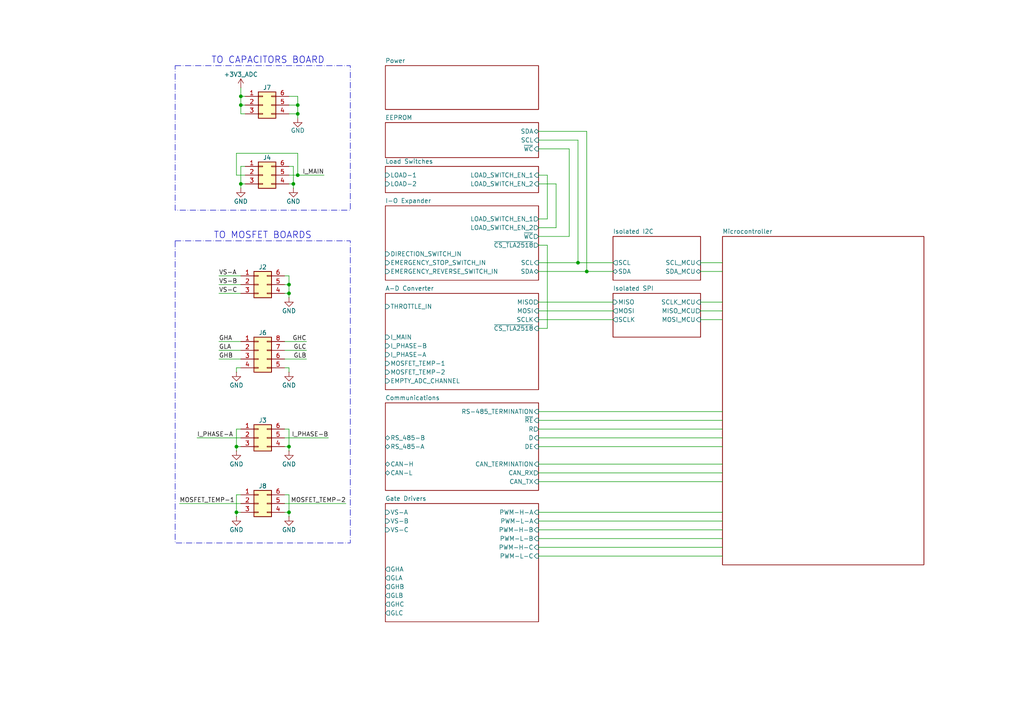
<source format=kicad_sch>
(kicad_sch (version 20231120) (generator "eeschema") (generator_version "8.0")
  (paper "A4")
  (lib_symbols
    (symbol "Connector_Generic:Conn_01x50" (pin_names (offset 1.016) hide)
      (property "Reference" "J" (at 0 63.5 0))
      (property "Value" "Conn_01x50" (at 0 -66.04 0))
      (symbol "Conn_01x50_1_1"
        (rectangle (start -1.27 -63.373) (end 0 -63.627) (stroke (width 0.1524)))
        (rectangle (start -1.27 -60.833) (end 0 -61.087) (stroke (width 0.1524)))
        (rectangle (start -1.27 -58.293) (end 0 -58.547) (stroke (width 0.1524)))
        (rectangle (start -1.27 -55.753) (end 0 -56.007) (stroke (width 0.1524)))
        (rectangle (start -1.27 -53.213) (end 0 -53.467) (stroke (width 0.1524)))
        (rectangle (start -1.27 -50.673) (end 0 -50.927) (stroke (width 0.1524)))
        (rectangle (start -1.27 -48.133) (end 0 -48.387) (stroke (width 0.1524)))
        (rectangle (start -1.27 -45.593) (end 0 -45.847) (stroke (width 0.1524)))
        (rectangle (start -1.27 -43.053) (end 0 -43.307) (stroke (width 0.1524)))
        (rectangle (start -1.27 -40.513) (end 0 -40.767) (stroke (width 0.1524)))
        (rectangle (start -1.27 -37.973) (end 0 -38.227) (stroke (width 0.1524)))
        (rectangle (start -1.27 -35.433) (end 0 -35.687) (stroke (width 0.1524)))
        (rectangle (start -1.27 -32.893) (end 0 -33.147) (stroke (width 0.1524)))
        (rectangle (start -1.27 -30.353) (end 0 -30.607) (stroke (width 0.1524)))
        (rectangle (start -1.27 -27.813) (end 0 -28.067) (stroke (width 0.1524)))
        (rectangle (start -1.27 -25.273) (end 0 -25.527) (stroke (width 0.1524)))
        (rectangle (start -1.27 -22.733) (end 0 -22.987) (stroke (width 0.1524)))
        (rectangle (start -1.27 -20.193) (end 0 -20.447) (stroke (width 0.1524)))
        (rectangle (start -1.27 -17.653) (end 0 -17.907) (stroke (width 0.1524)))
        (rectangle (start -1.27 -15.113) (end 0 -15.367) (stroke (width 0.1524)))
        (rectangle (start -1.27 -12.573) (end 0 -12.827) (stroke (width 0.1524)))
        (rectangle (start -1.27 -10.033) (end 0 -10.287) (stroke (width 0.1524)))
        (rectangle (start -1.27 -7.493) (end 0 -7.747) (stroke (width 0.1524)))
        (rectangle (start -1.27 -4.953) (end 0 -5.207) (stroke (width 0.1524)))
        (rectangle (start -1.27 -2.413) (end 0 -2.667) (stroke (width 0.1524)))
        (rectangle (start -1.27 0.127) (end 0 -0.127) (stroke (width 0.1524)))
        (rectangle (start -1.27 2.667) (end 0 2.413) (stroke (width 0.1524)))
        (rectangle (start -1.27 5.207) (end 0 4.953) (stroke (width 0.1524)))
        (rectangle (start -1.27 7.747) (end 0 7.493) (stroke (width 0.1524)))
        (rectangle (start -1.27 10.287) (end 0 10.033) (stroke (width 0.1524)))
        (rectangle (start -1.27 12.827) (end 0 12.573) (stroke (width 0.1524)))
        (rectangle (start -1.27 15.367) (end 0 15.113) (stroke (width 0.1524)))
        (rectangle (start -1.27 17.907) (end 0 17.653) (stroke (width 0.1524)))
        (rectangle (start -1.27 20.447) (end 0 20.193) (stroke (width 0.1524)))
        (rectangle (start -1.27 22.987) (end 0 22.733) (stroke (width 0.1524)))
        (rectangle (start -1.27 25.527) (end 0 25.273) (stroke (width 0.1524)))
        (rectangle (start -1.27 28.067) (end 0 27.813) (stroke (width 0.1524)))
        (rectangle (start -1.27 30.607) (end 0 30.353) (stroke (width 0.1524)))
        (rectangle (start -1.27 33.147) (end 0 32.893) (stroke (width 0.1524)))
        (rectangle (start -1.27 35.687) (end 0 35.433) (stroke (width 0.1524)))
        (rectangle (start -1.27 38.227) (end 0 37.973) (stroke (width 0.1524)))
        (rectangle (start -1.27 40.767) (end 0 40.513) (stroke (width 0.1524)))
        (rectangle (start -1.27 43.307) (end 0 43.053) (stroke (width 0.1524)))
        (rectangle (start -1.27 45.847) (end 0 45.593) (stroke (width 0.1524)))
        (rectangle (start -1.27 48.387) (end 0 48.133) (stroke (width 0.1524)))
        (rectangle (start -1.27 50.927) (end 0 50.673) (stroke (width 0.1524)))
        (rectangle (start -1.27 53.467) (end 0 53.213) (stroke (width 0.1524)))
        (rectangle (start -1.27 56.007) (end 0 55.753) (stroke (width 0.1524)))
        (rectangle (start -1.27 58.547) (end 0 58.293) (stroke (width 0.1524)))
        (rectangle (start -1.27 61.087) (end 0 60.833) (stroke (width 0.1524)))
        (rectangle (start -1.27 62.23) (end 1.27 -64.77) (stroke (width 0.254)) (fill (type background)))
        (pin passive line (at -5.08 60.96 0) (length 3.81) (name "Pin_1") (number "1"))
        (pin passive line (at -5.08 38.1 0) (length 3.81) (name "Pin_10") (number "10"))
        (pin passive line (at -5.08 35.56 0) (length 3.81) (name "Pin_11") (number "11"))
        (pin passive line (at -5.08 33.02 0) (length 3.81) (name "Pin_12") (number "12"))
        (pin passive line (at -5.08 30.48 0) (length 3.81) (name "Pin_13") (number "13"))
        (pin passive line (at -5.08 27.94 0) (length 3.81) (name "Pin_14") (number "14"))
        (pin passive line (at -5.08 25.4 0) (length 3.81) (name "Pin_15") (number "15"))
        (pin passive line (at -5.08 22.86 0) (length 3.81) (name "Pin_16") (number "16"))
        (pin passive line (at -5.08 20.32 0) (length 3.81) (name "Pin_17") (number "17"))
        (pin passive line (at -5.08 17.78 0) (length 3.81) (name "Pin_18") (number "18"))
        (pin passive line (at -5.08 15.24 0) (length 3.81) (name "Pin_19") (number "19"))
        (pin passive line (at -5.08 58.42 0) (length 3.81) (name "Pin_2") (number "2"))
        (pin passive line (at -5.08 12.7 0) (length 3.81) (name "Pin_20") (number "20"))
        (pin passive line (at -5.08 10.16 0) (length 3.81) (name "Pin_21") (number "21"))
        (pin passive line (at -5.08 7.62 0) (length 3.81) (name "Pin_22") (number "22"))
        (pin passive line (at -5.08 5.08 0) (length 3.81) (name "Pin_23") (number "23"))
        (pin passive line (at -5.08 2.54 0) (length 3.81) (name "Pin_24") (number "24"))
        (pin passive line (at -5.08 0 0) (length 3.81) (name "Pin_25") (number "25"))
        (pin passive line (at -5.08 -2.54 0) (length 3.81) (name "Pin_26") (number "26"))
        (pin passive line (at -5.08 -5.08 0) (length 3.81) (name "Pin_27") (number "27"))
        (pin passive line (at -5.08 -7.62 0) (length 3.81) (name "Pin_28") (number "28"))
        (pin passive line (at -5.08 -10.16 0) (length 3.81) (name "Pin_29") (number "29"))
        (pin passive line (at -5.08 55.88 0) (length 3.81) (name "Pin_3") (number "3"))
        (pin passive line (at -5.08 -12.7 0) (length 3.81) (name "Pin_30") (number "30"))
        (pin passive line (at -5.08 -15.24 0) (length 3.81) (name "Pin_31") (number "31"))
        (pin passive line (at -5.08 -17.78 0) (length 3.81) (name "Pin_32") (number "32"))
        (pin passive line (at -5.08 -20.32 0) (length 3.81) (name "Pin_33") (number "33"))
        (pin passive line (at -5.08 -22.86 0) (length 3.81) (name "Pin_34") (number "34"))
        (pin passive line (at -5.08 -25.4 0) (length 3.81) (name "Pin_35") (number "35"))
        (pin passive line (at -5.08 -27.94 0) (length 3.81) (name "Pin_36") (number "36"))
        (pin passive line (at -5.08 -30.48 0) (length 3.81) (name "Pin_37") (number "37"))
        (pin passive line (at -5.08 -33.02 0) (length 3.81) (name "Pin_38") (number "38"))
        (pin passive line (at -5.08 -35.56 0) (length 3.81) (name "Pin_39") (number "39"))
        (pin passive line (at -5.08 53.34 0) (length 3.81) (name "Pin_4") (number "4"))
        (pin passive line (at -5.08 -38.1 0) (length 3.81) (name "Pin_40") (number "40"))
        (pin passive line (at -5.08 -40.64 0) (length 3.81) (name "Pin_41") (number "41"))
        (pin passive line (at -5.08 -43.18 0) (length 3.81) (name "Pin_42") (number "42"))
        (pin passive line (at -5.08 -45.72 0) (length 3.81) (name "Pin_43") (number "43"))
        (pin passive line (at -5.08 -48.26 0) (length 3.81) (name "Pin_44") (number "44"))
        (pin passive line (at -5.08 -50.8 0) (length 3.81) (name "Pin_45") (number "45"))
        (pin passive line (at -5.08 -53.34 0) (length 3.81) (name "Pin_46") (number "46"))
        (pin passive line (at -5.08 -55.88 0) (length 3.81) (name "Pin_47") (number "47"))
        (pin passive line (at -5.08 -58.42 0) (length 3.81) (name "Pin_48") (number "48"))
        (pin passive line (at -5.08 -60.96 0) (length 3.81) (name "Pin_49") (number "49"))
        (pin passive line (at -5.08 50.8 0) (length 3.81) (name "Pin_5") (number "5"))
        (pin passive line (at -5.08 -63.5 0) (length 3.81) (name "Pin_50") (number "50"))
        (pin passive line (at -5.08 48.26 0) (length 3.81) (name "Pin_6") (number "6"))
        (pin passive line (at -5.08 45.72 0) (length 3.81) (name "Pin_7") (number "7"))
        (pin passive line (at -5.08 43.18 0) (length 3.81) (name "Pin_8") (number "8"))
        (pin passive line (at -5.08 40.64 0) (length 3.81) (name "Pin_9") (number "9"))
      )
    )
    (symbol "Connector_Generic:Conn_02x03_Counter_Clockwise" (pin_names (offset 1.016) hide)
      (property "Reference" "J" (at 1.27 5.08 0))
      (property "Value" "Conn_02x03_Counter_Clockwise" (at 1.27 -5.08 0))
      (symbol "Conn_02x03_Counter_Clockwise_1_1"
        (rectangle (start -1.27 -2.413) (end 0 -2.667) (stroke (width 0.1524)))
        (rectangle (start -1.27 0.127) (end 0 -0.127) (stroke (width 0.1524)))
        (rectangle (start -1.27 2.667) (end 0 2.413) (stroke (width 0.1524)))
        (rectangle (start -1.27 3.81) (end 3.81 -3.81) (stroke (width 0.254)) (fill (type background)))
        (rectangle (start 3.81 -2.413) (end 2.54 -2.667) (stroke (width 0.1524)))
        (rectangle (start 3.81 0.127) (end 2.54 -0.127) (stroke (width 0.1524)))
        (rectangle (start 3.81 2.667) (end 2.54 2.413) (stroke (width 0.1524)))
        (pin passive line (at -5.08 2.54 0) (length 3.81) (name "Pin_1") (number "1"))
        (pin passive line (at -5.08 0 0) (length 3.81) (name "Pin_2") (number "2"))
        (pin passive line (at -5.08 -2.54 0) (length 3.81) (name "Pin_3") (number "3"))
        (pin passive line (at 7.62 -2.54 180) (length 3.81) (name "Pin_4") (number "4"))
        (pin passive line (at 7.62 0 180) (length 3.81) (name "Pin_5") (number "5"))
        (pin passive line (at 7.62 2.54 180) (length 3.81) (name "Pin_6") (number "6"))
      )
    )
    (symbol "Connector_Generic:Conn_02x04_Counter_Clockwise" (pin_names (offset 1.016) hide)
      (property "Reference" "J" (at 1.27 5.08 0))
      (property "Value" "Conn_02x04_Counter_Clockwise" (at 1.27 -7.62 0))
      (symbol "Conn_02x04_Counter_Clockwise_1_1"
        (rectangle (start -1.27 -4.953) (end 0 -5.207) (stroke (width 0.1524)))
        (rectangle (start -1.27 -2.413) (end 0 -2.667) (stroke (width 0.1524)))
        (rectangle (start -1.27 0.127) (end 0 -0.127) (stroke (width 0.1524)))
        (rectangle (start -1.27 2.667) (end 0 2.413) (stroke (width 0.1524)))
        (rectangle (start -1.27 3.81) (end 3.81 -6.35) (stroke (width 0.254)) (fill (type background)))
        (rectangle (start 3.81 -4.953) (end 2.54 -5.207) (stroke (width 0.1524)))
        (rectangle (start 3.81 -2.413) (end 2.54 -2.667) (stroke (width 0.1524)))
        (rectangle (start 3.81 0.127) (end 2.54 -0.127) (stroke (width 0.1524)))
        (rectangle (start 3.81 2.667) (end 2.54 2.413) (stroke (width 0.1524)))
        (pin passive line (at -5.08 2.54 0) (length 3.81) (name "Pin_1") (number "1"))
        (pin passive line (at -5.08 0 0) (length 3.81) (name "Pin_2") (number "2"))
        (pin passive line (at -5.08 -2.54 0) (length 3.81) (name "Pin_3") (number "3"))
        (pin passive line (at -5.08 -5.08 0) (length 3.81) (name "Pin_4") (number "4"))
        (pin passive line (at 7.62 -5.08 180) (length 3.81) (name "Pin_5") (number "5"))
        (pin passive line (at 7.62 -2.54 180) (length 3.81) (name "Pin_6") (number "6"))
        (pin passive line (at 7.62 0 180) (length 3.81) (name "Pin_7") (number "7"))
        (pin passive line (at 7.62 2.54 180) (length 3.81) (name "Pin_8") (number "8"))
      )
    )
    (symbol "power:+12V" (power) (pin_numbers hide) (pin_names (offset 0) hide)
      (property "Value" "+12V" (at 0 3.556 0))
      (symbol "+12V_0_1"
        (polyline (pts (xy -0.762 1.27) (xy 0 2.54)))
        (polyline (pts (xy 0 0) (xy 0 2.54)))
        (polyline (pts (xy 0 2.54) (xy 0.762 1.27)))
      )
      (symbol "+12V_1_1"
        (pin power_in line (at 0 0 90) (length 0) (name "~") (number "1"))
      )
    )
    (symbol "power:GND" (power) (pin_numbers hide) (pin_names (offset 0) hide)
      (property "Value" "GND" (at 0 -3.81 0))
      (symbol "GND_0_1"
        (polyline (pts (xy 0 0) (xy 0 -1.27) (xy 1.27 -1.27) (xy 0 -2.54) (xy -1.27 -1.27) (xy 0 -1.27)))
      )
      (symbol "GND_1_1"
        (pin power_in line (at 0 0 270) (length 0) (name "~") (number "1"))
      )
    )
    (symbol "power:VCC" (power) (pin_numbers hide) (pin_names (offset 0) hide)
      (property "Value" "VCC" (at 0 3.556 0))
      (symbol "VCC_0_1"
        (polyline (pts (xy -0.762 1.27) (xy 0 2.54)))
        (polyline (pts (xy 0 0) (xy 0 2.54)))
        (polyline (pts (xy 0 2.54) (xy 0.762 1.27)))
      )
      (symbol "VCC_1_1"
        (pin power_in line (at 0 0 90) (length 0) (name "~") (number "1"))
      )
    )
  )
  (junction (at 167.64 76.2))
  (junction (at -21.59 67.31))
  (junction (at 86.36 50.8))
  (junction (at -20.32 36.83))
  (junction (at -24.13 156.21))
  (junction (at 83.82 148.59))
  (junction (at -20.32 34.29))
  (junction (at 86.36 30.48))
  (junction (at -24.13 158.75))
  (junction (at 69.85 27.94))
  (junction (at 83.82 82.55))
  (junction (at 170.18 78.74))
  (junction (at -24.13 153.67))
  (junction (at 83.82 85.09))
  (junction (at 83.82 129.54))
  (junction (at 85.09 53.34))
  (junction (at -21.59 64.77))
  (junction (at 68.58 148.59))
  (junction (at -20.32 39.37))
  (junction (at 68.58 129.54))
  (junction (at -22.86 44.45))
  (junction (at 69.85 53.34))
  (junction (at 69.85 30.48))
  (junction (at 86.36 33.02))
  (wire (pts (xy 85.09 53.34) (xy 85.09 54.61)))
  (wire (pts (xy -25.4 36.83) (xy -20.32 36.83)))
  (wire (pts (xy 68.58 50.8) (xy 68.58 44.45)))
  (wire (pts (xy 167.64 40.64) (xy 156.21 40.64)))
  (wire (pts (xy 203.2 87.63) (xy 209.55 87.63)))
  (wire (pts (xy 83.82 27.94) (xy 86.36 27.94)))
  (wire (pts (xy 165.1 43.18) (xy 156.21 43.18)))
  (wire (pts (xy 86.36 50.8) (xy 93.98 50.8)))
  (wire (pts (xy 69.85 27.94) (xy 69.85 30.48)))
  (wire (pts (xy -21.59 64.77) (xy -16.51 64.77)))
  (wire (pts (xy 82.55 82.55) (xy 83.82 82.55)))
  (wire (pts (xy -25.4 46.99) (xy -22.86 46.99)))
  (wire (pts (xy 161.29 53.34) (xy 161.29 66.04)))
  (wire (pts (xy 86.36 34.29) (xy 86.36 33.02)))
  (wire (pts (xy 158.75 50.8) (xy 156.21 50.8)))
  (wire (pts (xy 63.5 82.55) (xy 69.85 82.55)))
  (wire (pts (xy 156.21 137.16) (xy 209.55 137.16)))
  (wire (pts (xy 83.82 50.8) (xy 86.36 50.8)))
  (wire (pts (xy 63.5 85.09) (xy 69.85 85.09)))
  (wire (pts (xy 203.2 78.74) (xy 209.55 78.74)))
  (wire (pts (xy 156.21 71.12) (xy 158.75 71.12)))
  (wire (pts (xy 69.85 33.02) (xy 71.12 33.02)))
  (wire (pts (xy -25.4 64.77) (xy -21.59 64.77)))
  (wire (pts (xy 69.85 104.14) (xy 63.5 104.14)))
  (wire (pts (xy 83.82 53.34) (xy 85.09 53.34)))
  (wire (pts (xy 82.55 127) (xy 95.25 127)))
  (wire (pts (xy -25.4 69.85) (xy -21.59 69.85)))
  (wire (pts (xy 71.12 50.8) (xy 68.58 50.8)))
  (wire (pts (xy 203.2 76.2) (xy 209.55 76.2)))
  (wire (pts (xy 86.36 30.48) (xy 86.36 33.02)))
  (wire (pts (xy 156.21 124.46) (xy 209.55 124.46)))
  (wire (pts (xy 203.2 90.17) (xy 209.55 90.17)))
  (wire (pts (xy -21.59 67.31) (xy -25.4 67.31)))
  (wire (pts (xy 83.82 30.48) (xy 86.36 30.48)))
  (wire (pts (xy -25.4 41.91) (xy -20.32 41.91)))
  (wire (pts (xy 156.21 119.38) (xy 209.55 119.38)))
  (wire (pts (xy 69.85 30.48) (xy 69.85 33.02)))
  (wire (pts (xy 68.58 143.51) (xy 68.58 148.59)))
  (wire (pts (xy 69.85 53.34) (xy 69.85 54.61)))
  (wire (pts (xy 68.58 130.81) (xy 68.58 129.54)))
  (wire (pts (xy 68.58 148.59) (xy 69.85 148.59)))
  (wire (pts (xy 156.21 127) (xy 209.55 127)))
  (wire (pts (xy 83.82 107.95) (xy 83.82 106.68)))
  (wire (pts (xy 68.58 124.46) (xy 68.58 129.54)))
  (wire (pts (xy 83.82 80.01) (xy 83.82 82.55)))
  (wire (pts (xy 156.21 92.71) (xy 177.8 92.71)))
  (wire (pts (xy 52.07 146.05) (xy 69.85 146.05)))
  (wire (pts (xy 156.21 76.2) (xy 167.64 76.2)))
  (wire (pts (xy -22.86 44.45) (xy -16.51 44.45)))
  (wire (pts (xy 68.58 107.95) (xy 68.58 106.68)))
  (wire (pts (xy 82.55 104.14) (xy 88.9 104.14)))
  (wire (pts (xy 68.58 149.86) (xy 68.58 148.59)))
  (wire (pts (xy -21.59 64.77) (xy -21.59 67.31)))
  (wire (pts (xy 85.09 48.26) (xy 85.09 53.34)))
  (wire (pts (xy -20.32 39.37) (xy -20.32 36.83)))
  (wire (pts (xy 86.36 27.94) (xy 86.36 30.48)))
  (wire (pts (xy 83.82 143.51) (xy 83.82 148.59)))
  (wire (pts (xy -25.4 156.21) (xy -24.13 156.21)))
  (wire (pts (xy 156.21 90.17) (xy 177.8 90.17)))
  (wire (pts (xy 156.21 53.34) (xy 161.29 53.34)))
  (wire (pts (xy 156.21 156.21) (xy 209.55 156.21)))
  (wire (pts (xy -16.51 64.77) (xy -16.51 66.04)))
  (wire (pts (xy 69.85 30.48) (xy 71.12 30.48)))
  (wire (pts (xy 156.21 63.5) (xy 158.75 63.5)))
  (wire (pts (xy 69.85 99.06) (xy 63.5 99.06)))
  (wire (pts (xy 156.21 38.1) (xy 170.18 38.1)))
  (wire (pts (xy 83.82 149.86) (xy 83.82 148.59)))
  (wire (pts (xy -20.32 34.29) (xy -25.4 34.29)))
  (wire (pts (xy -20.32 36.83) (xy -20.32 34.29)))
  (wire (pts (xy 69.85 143.51) (xy 68.58 143.51)))
  (wire (pts (xy -24.13 158.75) (xy -25.4 158.75)))
  (wire (pts (xy 71.12 48.26) (xy 69.85 48.26)))
  (wire (pts (xy -21.59 69.85) (xy -21.59 67.31)))
  (wire (pts (xy -24.13 153.67) (xy -24.13 156.21)))
  (wire (pts (xy 83.82 129.54) (xy 82.55 129.54)))
  (wire (pts (xy 83.82 106.68) (xy 82.55 106.68)))
  (wire (pts (xy 82.55 124.46) (xy 83.82 124.46)))
  (wire (pts (xy 156.21 161.29) (xy 209.55 161.29)))
  (wire (pts (xy 83.82 82.55) (xy 83.82 85.09)))
  (wire (pts (xy 82.55 99.06) (xy 88.9 99.06)))
  (wire (pts (xy 69.85 101.6) (xy 63.5 101.6)))
  (wire (pts (xy 69.85 25.4) (xy 69.85 27.94)))
  (wire (pts (xy 69.85 48.26) (xy 69.85 53.34)))
  (wire (pts (xy -20.32 41.91) (xy -20.32 39.37)))
  (wire (pts (xy 82.55 143.51) (xy 83.82 143.51)))
  (wire (pts (xy 158.75 95.25) (xy 156.21 95.25)))
  (wire (pts (xy 156.21 158.75) (xy 209.55 158.75)))
  (wire (pts (xy 83.82 130.81) (xy 83.82 129.54)))
  (wire (pts (xy 69.85 124.46) (xy 68.58 124.46)))
  (wire (pts (xy 170.18 38.1) (xy 170.18 78.74)))
  (wire (pts (xy 156.21 129.54) (xy 209.55 129.54)))
  (wire (pts (xy 68.58 106.68) (xy 69.85 106.68)))
  (wire (pts (xy 167.64 76.2) (xy 177.8 76.2)))
  (wire (pts (xy -24.13 156.21) (xy -24.13 158.75)))
  (wire (pts (xy 156.21 153.67) (xy 209.55 153.67)))
  (wire (pts (xy 161.29 66.04) (xy 156.21 66.04)))
  (wire (pts (xy 158.75 63.5) (xy 158.75 50.8)))
  (wire (pts (xy -25.4 44.45) (xy -22.86 44.45)))
  (wire (pts (xy 83.82 48.26) (xy 85.09 48.26)))
  (wire (pts (xy 170.18 78.74) (xy 177.8 78.74)))
  (wire (pts (xy 63.5 80.01) (xy 69.85 80.01)))
  (wire (pts (xy 156.21 68.58) (xy 165.1 68.58)))
  (wire (pts (xy 158.75 71.12) (xy 158.75 95.25)))
  (wire (pts (xy -25.4 151.13) (xy -24.13 151.13)))
  (wire (pts (xy 68.58 44.45) (xy 86.36 44.45)))
  (wire (pts (xy 82.55 85.09) (xy 83.82 85.09)))
  (wire (pts (xy 83.82 124.46) (xy 83.82 129.54)))
  (wire (pts (xy 156.21 134.62) (xy 209.55 134.62)))
  (wire (pts (xy -25.4 153.67) (xy -24.13 153.67)))
  (wire (pts (xy 100.33 146.05) (xy 82.55 146.05)))
  (wire (pts (xy -24.13 151.13) (xy -24.13 153.67)))
  (wire (pts (xy 203.2 92.71) (xy 209.55 92.71)))
  (wire (pts (xy 69.85 53.34) (xy 71.12 53.34)))
  (wire (pts (xy 83.82 85.09) (xy 83.82 86.36)))
  (wire (pts (xy 156.21 148.59) (xy 209.55 148.59)))
  (wire (pts (xy -25.4 107.95) (xy -19.05 107.95)))
  (wire (pts (xy 82.55 101.6) (xy 88.9 101.6)))
  (wire (pts (xy 57.15 127) (xy 69.85 127)))
  (wire (pts (xy 156.21 121.92) (xy 209.55 121.92)))
  (wire (pts (xy 86.36 44.45) (xy 86.36 50.8)))
  (wire (pts (xy 156.21 78.74) (xy 170.18 78.74)))
  (wire (pts (xy 82.55 80.01) (xy 83.82 80.01)))
  (wire (pts (xy 156.21 139.7) (xy 209.55 139.7)))
  (wire (pts (xy -19.05 106.68) (xy -19.05 107.95)))
  (wire (pts (xy 83.82 33.02) (xy 86.36 33.02)))
  (wire (pts (xy 156.21 151.13) (xy 209.55 151.13)))
  (wire (pts (xy 165.1 68.58) (xy 165.1 43.18)))
  (wire (pts (xy 68.58 129.54) (xy 69.85 129.54)))
  (wire (pts (xy 156.21 87.63) (xy 177.8 87.63)))
  (wire (pts (xy 167.64 40.64) (xy 167.64 76.2)))
  (wire (pts (xy 83.82 148.59) (xy 82.55 148.59)))
  (wire (pts (xy -16.51 33.02) (xy -16.51 34.29)))
  (wire (pts (xy -22.86 46.99) (xy -22.86 44.45)))
  (wire (pts (xy -25.4 39.37) (xy -20.32 39.37)))
  (wire (pts (xy 69.85 27.94) (xy 71.12 27.94)))
  (wire (pts (xy -24.13 160.02) (xy -24.13 158.75)))
  (wire (pts (xy -16.51 34.29) (xy -20.32 34.29)))
  (rectangle (start 50.8 69.85) (end 101.6 157.48) (stroke (width 0) (type dash_dot)))
  (rectangle (start 50.8 19.05) (end 101.6 60.96) (stroke (width 0) (type dash_dot)))
  (text "TO CAPACITORS BOARD" (at 77.724 17.526 0) (effects (font (size 1.905 1.905))))
  (text "TO MOSFET BOARDS" (at 76.2 68.326 0) (effects (font (size 1.905 1.905))))
  (label "I_MAIN" (at 93.98 50.8 180))
  (label "I_PHASE-B" (at 95.25 127 180))
  (label "VS-C" (at 63.5 85.09 0))
  (label "I_PHASE-A" (at 57.15 127 0))
  (label "MOSFET_TEMP-1" (at 52.07 146.05 0))
  (label "GLB" (at 88.9 104.14 180))
  (label "VS-A" (at 63.5 80.01 0))
  (label "GLA" (at 63.5 101.6 0))
  (label "MOSFET_TEMP-2" (at 100.33 146.05 180))
  (label "GHC" (at 88.9 99.06 180))
  (label "GHA" (at 63.5 99.06 0))
  (label "GHB" (at 63.5 104.14 0))
  (label "GLC" (at 88.9 101.6 180))
  (label "VS-B" (at 63.5 82.55 0))
  (symbol (lib_id "power:GND") (at 69.85 54.61 0) (unit 1)
    (property "Reference" "#PWR0152" (effects (hide yes)))
    (property "Value" "GND" (at 69.85 58.42 0))
    (property "Description" "Power symbol creates a global label with name \"GND\" , ground" (effects (hide yes)))
  )
  (symbol (lib_id "power:+12V") (at -16.51 33.02 0) (unit 1)
    (property "Reference" "#PWR0150" (effects (hide yes)))
    (property "Value" "+12V_IN" (at -16.51 28.956 0))
    (property "Description" "Power symbol creates a global label with name \"+12V\"" (effects (hide yes)))
  )
  (symbol (lib_id "Connector_Generic:Conn_02x03_Counter_Clockwise") (at 76.2 50.8 0) (unit 1)
    (property "Reference" "J4" (at 77.47 45.72 0))
    (property "Value" "Conn_02x03_Counter_Clockwise" (effects (hide yes)))
    (property "Footprint" "Connector_IDC:IDC-Header_2x03_P2.54mm_Vertical_SMD" (effects (hide yes)))
    (property "Description" "Generic connector, double row, 02x03, counter clockwise pin numbering scheme (similar to DIP package numbering), script generated (kicad-library-utils/schlib/autogen/connector/)" (effects (hide yes)))
  )
  (symbol (lib_id "power:+12V") (at -16.51 44.45 0) (unit 1)
    (property "Reference" "#PWR0171" (effects (hide yes)))
    (property "Value" "+12V" (at -16.51 40.386 0))
    (property "Description" "Power symbol creates a global label with name \"+12V\"" (effects (hide yes)))
  )
  (symbol (lib_id "power:GND") (at 68.58 107.95 0) (mirror y) (unit 1)
    (property "Reference" "#PWR0133" (effects (hide yes)))
    (property "Value" "GND" (at 68.58 111.76 0))
    (property "Description" "Power symbol creates a global label with name \"GND\" , ground" (effects (hide yes)))
  )
  (symbol (lib_id "power:GND") (at -24.13 160.02 0) (unit 1)
    (property "Reference" "#PWR0149" (effects (hide yes)))
    (property "Value" "GND" (at -24.13 163.83 0))
    (property "Description" "Power symbol creates a global label with name \"GND\" , ground" (effects (hide yes)))
  )
  (symbol (lib_id "Connector_Generic:Conn_02x03_Counter_Clockwise") (at 74.93 82.55 0) (unit 1)
    (property "Reference" "J2" (at 76.2 77.47 0))
    (property "Value" "Conn_02x03_Counter_Clockwise" (effects (hide yes)))
    (property "Footprint" "Connector_IDC:IDC-Header_2x03_P2.54mm_Vertical_SMD" (effects (hide yes)))
    (property "Description" "Generic connector, double row, 02x03, counter clockwise pin numbering scheme (similar to DIP package numbering), script generated (kicad-library-utils/schlib/autogen/connector/)" (effects (hide yes)))
  )
  (symbol (lib_id "Connector_Generic:Conn_02x04_Counter_Clockwise") (at 74.93 101.6 0) (unit 1)
    (property "Reference" "J6" (at 76.2 96.52 0))
    (property "Value" "Conn_02x04_Counter_Clockwise" (effects (hide yes)))
    (property "Footprint" "Connector_IDC:IDC-Header_2x04_P2.54mm_Vertical_SMD" (effects (hide yes)))
    (property "Description" "Generic connector, double row, 02x04, counter clockwise pin numbering scheme (similar to DIP package numbering), script generated (kicad-library-utils/schlib/autogen/connector/)" (effects (hide yes)))
  )
  (symbol (lib_id "power:GND") (at 86.36 34.29 0) (unit 1)
    (property "Reference" "#PWR0175" (effects (hide yes)))
    (property "Value" "GND" (at 86.36 37.846 0))
    (property "Description" "Power symbol creates a global label with name \"GND\" , ground" (effects (hide yes)))
  )
  (symbol (lib_id "Connector_Generic:Conn_02x03_Counter_Clockwise") (at 74.93 146.05 0) (unit 1)
    (property "Reference" "J8" (at 76.2 140.97 0))
    (property "Value" "Conn_02x03_Counter_Clockwise" (effects (hide yes)))
    (property "Footprint" "Connector_IDC:IDC-Header_2x03_P2.54mm_Vertical_SMD" (effects (hide yes)))
    (property "Description" "Generic connector, double row, 02x03, counter clockwise pin numbering scheme (similar to DIP package numbering), script generated (kicad-library-utils/schlib/autogen/connector/)" (effects (hide yes)))
  )
  (symbol (lib_id "power:GND") (at 83.82 149.86 0) (mirror y) (unit 1)
    (property "Reference" "#PWR0179" (effects (hide yes)))
    (property "Value" "GND" (at 83.82 153.67 0))
    (property "Description" "Power symbol creates a global label with name \"GND\" , ground" (effects (hide yes)))
  )
  (symbol (lib_id "Connector_Generic:Conn_01x50") (at -30.48 95.25 0) (mirror y) (unit 1)
    (property "Reference" "J1" (at -30.48 31.496 0))
    (property "Value" "Conn_01x50" (effects (hide yes)))
    (property "Description" "\"Generic connector, single row, 01x50, script generated\"" (effects (hide yes)))
  )
  (symbol (lib_id "power:GND") (at 83.82 130.81 0) (mirror y) (unit 1)
    (property "Reference" "#PWR0177" (effects (hide yes)))
    (property "Value" "GND" (at 83.82 134.62 0))
    (property "Description" "Power symbol creates a global label with name \"GND\" , ground" (effects (hide yes)))
  )
  (symbol (lib_id "Connector_Generic:Conn_02x03_Counter_Clockwise") (at 76.2 30.48 0) (unit 1)
    (property "Reference" "J7" (at 77.47 25.4 0))
    (property "Value" "Conn_02x03_Counter_Clockwise" (effects (hide yes)))
    (property "Footprint" "Connector_IDC:IDC-Header_2x03_P2.54mm_Vertical_SMD" (effects (hide yes)))
    (property "Description" "Generic connector, double row, 02x03, counter clockwise pin numbering scheme (similar to DIP package numbering), script generated (kicad-library-utils/schlib/autogen/connector/)" (effects (hide yes)))
  )
  (symbol (lib_id "Connector_Generic:Conn_02x03_Counter_Clockwise") (at 74.93 127 0) (unit 1)
    (property "Reference" "J3" (at 76.2 121.92 0))
    (property "Value" "Conn_02x03_Counter_Clockwise" (effects (hide yes)))
    (property "Footprint" "Connector_IDC:IDC-Header_2x03_P2.54mm_Vertical_SMD" (effects (hide yes)))
    (property "Description" "Generic connector, double row, 02x03, counter clockwise pin numbering scheme (similar to DIP package numbering), script generated (kicad-library-utils/schlib/autogen/connector/)" (effects (hide yes)))
  )
  (symbol (lib_id "power:GND") (at 83.82 107.95 0) (mirror y) (unit 1)
    (property "Reference" "#PWR0134" (effects (hide yes)))
    (property "Value" "GND" (at 83.82 111.76 0))
    (property "Description" "Power symbol creates a global label with name \"GND\" , ground" (effects (hide yes)))
  )
  (symbol (lib_id "power:VCC") (at 69.85 25.4 0) (unit 1)
    (property "Reference" "#PWR0174" (effects (hide yes)))
    (property "Value" "+3V3_ADC" (at 69.85 21.59 0))
    (property "Description" "Power symbol creates a global label with name \"VCC\"" (effects (hide yes)))
  )
  (symbol (lib_id "power:GND") (at 83.82 86.36 0) (mirror y) (unit 1)
    (property "Reference" "#PWR0136" (effects (hide yes)))
    (property "Value" "GND" (at 83.82 90.17 0))
    (property "Description" "Power symbol creates a global label with name \"GND\" , ground" (effects (hide yes)))
  )
  (symbol (lib_id "power:GND") (at 68.58 149.86 0) (unit 1)
    (property "Reference" "#PWR0178" (effects (hide yes)))
    (property "Value" "GND" (at 68.58 153.67 0))
    (property "Description" "Power symbol creates a global label with name \"GND\" , ground" (effects (hide yes)))
  )
  (symbol (lib_id "power:GND") (at 85.09 54.61 0) (unit 1)
    (property "Reference" "#PWR0135" (effects (hide yes)))
    (property "Value" "GND" (at 85.09 58.42 0))
    (property "Description" "Power symbol creates a global label with name \"GND\" , ground" (effects (hide yes)))
  )
  (symbol (lib_id "power:VCC") (at -19.05 106.68 0) (unit 1)
    (property "Reference" "#PWR0148" (effects (hide yes)))
    (property "Value" "+3V3_ADC" (at -19.685 102.87 0))
    (property "Description" "Power symbol creates a global label with name \"VCC\"" (effects (hide yes)))
  )
  (symbol (lib_id "power:GND") (at 68.58 130.81 0) (unit 1)
    (property "Reference" "#PWR0176" (effects (hide yes)))
    (property "Value" "GND" (at 68.58 134.62 0))
    (property "Description" "Power symbol creates a global label with name \"GND\" , ground" (effects (hide yes)))
  )
  (symbol (lib_id "power:GND") (at -16.51 66.04 0) (unit 1)
    (property "Reference" "#PWR0151" (effects (hide yes)))
    (property "Value" "GND" (at -16.51 69.85 0))
    (property "Description" "Power symbol creates a global label with name \"GND\" , ground" (effects (hide yes)))
  )
  (sheet (at 177.8 85.09) (size 25.4 12.7) (stroke (width 0.1524))
    (property "Sheetname" "Isolated SPI" (at 177.8 84.3784 0) (effects (justify left bottom)))
    (property "Sheetfile" "controller_isolatedSPI.kicad_sch" (effects (hide yes)))
    (pin "SCLK_MCU" input (at 203.2 87.63 0))
    (pin "MISO_MCU" output (at 203.2 90.17 0))
    (pin "MOSI_MCU" input (at 203.2 92.71 0))
    (pin "MISO" input (at 177.8 87.63 180))
    (pin "MOSI" output (at 177.8 90.17 180))
    (pin "SCLK" output (at 177.8 92.71 180))
  )
  (sheet (at 111.76 59.69) (size 44.45 21.59) (stroke (width 0.1524))
    (property "Sheetname" "I-O Expander" (at 111.76 58.9784 0) (effects (justify left bottom)))
    (property "Sheetfile" "controller_inputs.kicad_sch" (effects (hide yes)))
    (pin "EMERGENCY_STOP_SWITCH_IN" input (at 111.76 76.2 180))
    (pin "DIRECTION_SWITCH_IN" input (at 111.76 73.66 180))
    (pin "EMERGENCY_REVERSE_SWITCH_IN" input (at 111.76 78.74 180))
    (pin "SDA" bidirectional (at 156.21 78.74 0))
    (pin "SCL" input (at 156.21 76.2 0))
    (pin "LOAD_SWITCH_EN_2" output (at 156.21 66.04 0))
    (pin "LOAD_SWITCH_EN_1" output (at 156.21 63.5 0))
    (pin "~{CS_TLA2518}" output (at 156.21 71.12 0))
    (pin "~{WC}" output (at 156.21 68.58 0))
  )
  (sheet (at 209.55 68.58) (size 58.42 95.25) (stroke (width 0.1524))
    (property "Sheetname" "Microcontroller" (at 209.55 67.8684 0) (effects (justify left bottom)))
    (property "Sheetfile" "controller_microcontroller.kicad_sch" (effects (hide yes)))
  )
  (sheet (at 177.8 68.58) (size 25.4 12.7) (stroke (width 0.1524))
    (property "Sheetname" "Isolated I2C" (at 177.8 67.8684 0) (effects (justify left bottom)))
    (property "Sheetfile" "isolated_i2c.kicad_sch" (effects (hide yes)))
    (pin "SDA_MCU" bidirectional (at 203.2 78.74 0))
    (pin "SCL" output (at 177.8 76.2 180))
    (pin "SDA" bidirectional (at 177.8 78.74 180))
    (pin "SCL_MCU" input (at 203.2 76.2 0))
  )
  (sheet (at 111.76 48.26) (size 44.45 7.62) (stroke (width 0.1524))
    (property "Sheetname" "Load Switches" (at 111.76 47.5484 0) (effects (justify left bottom)))
    (property "Sheetfile" "controller_loadSwitches.kicad_sch" (effects (hide yes)))
    (pin "LOAD-2" input (at 111.76 53.34 180))
    (pin "LOAD-1" input (at 111.76 50.8 180))
    (pin "LOAD_SWITCH_EN_2" input (at 156.21 53.34 0))
    (pin "LOAD_SWITCH_EN_1" input (at 156.21 50.8 0))
  )
  (sheet (at 111.76 19.05) (size 44.45 12.7) (stroke (width 0.1524))
    (property "Sheetname" "Power" (at 111.76 18.3384 0) (effects (justify left bottom)))
    (property "Sheetfile" "controller_power.kicad_sch" (effects (hide yes)))
  )
  (sheet (at 111.76 85.09) (size 44.45 27.94) (stroke (width 0.1524))
    (property "Sheetname" "A-D Converter" (at 111.76 84.3784 0) (effects (justify left bottom)))
    (property "Sheetfile" "controller_adConverter.kicad_sch" (effects (hide yes)))
    (pin "SCLK" input (at 156.21 92.71 0))
    (pin "EMPTY_ADC_CHANNEL" input (at 111.76 110.49 180))
    (pin "MOSFET_TEMP-1" input (at 111.76 105.41 180))
    (pin "MOSFET_TEMP-2" input (at 111.76 107.95 180))
    (pin "I_PHASE-A" input (at 111.76 102.87 180))
    (pin "THROTTLE_IN" input (at 111.76 88.9 180))
    (pin "I_PHASE-B" input (at 111.76 100.33 180))
    (pin "I_MAIN" input (at 111.76 97.79 180))
    (pin "MOSI" input (at 156.21 90.17 0))
    (pin "MISO" output (at 156.21 87.63 0))
    (pin "~{CS_TLA2518}" input (at 156.21 95.25 0))
  )
  (sheet (at 111.76 116.84) (size 44.45 25.4) (stroke (width 0.1524))
    (property "Sheetname" "Communications" (at 111.76 116.1284 0) (effects (justify left bottom)))
    (property "Sheetfile" "controller_communications.kicad_sch" (effects (hide yes)))
    (pin "CAN_RX" output (at 156.21 137.16 0))
    (pin "CAN_TERMINATION" input (at 156.21 134.62 0))
    (pin "CAN_TX" input (at 156.21 139.7 0))
    (pin "RS-485_TERMINATION" input (at 156.21 119.38 0))
    (pin "D" input (at 156.21 127 0))
    (pin "DE" input (at 156.21 129.54 0))
    (pin "~{RE}" input (at 156.21 121.92 0))
    (pin "R" output (at 156.21 124.46 0))
    (pin "CAN-L" bidirectional (at 111.76 137.16 180))
    (pin "CAN-H" bidirectional (at 111.76 134.62 180))
    (pin "RS_485-A" bidirectional (at 111.76 129.54 180))
    (pin "RS_485-B" bidirectional (at 111.76 127 180))
  )
  (sheet (at 111.76 146.05) (size 44.45 34.29) (stroke (width 0.1524))
    (property "Sheetname" "Gate Drivers" (at 111.76 145.3384 0) (effects (justify left bottom)))
    (property "Sheetfile" "controller_gateDrivers.kicad_sch" (effects (hide yes)))
    (pin "VS-A" input (at 111.76 148.59 180))
    (pin "VS-B" input (at 111.76 151.13 180))
    (pin "PWM-L-C" input (at 156.21 161.29 0))
    (pin "PWM-H-B" input (at 156.21 153.67 0))
    (pin "PWM-H-C" input (at 156.21 158.75 0))
    (pin "PWM-L-A" input (at 156.21 151.13 0))
    (pin "PWM-L-B" input (at 156.21 156.21 0))
    (pin "PWM-H-A" input (at 156.21 148.59 0))
    (pin "VS-C" input (at 111.76 153.67 180))
    (pin "GHA" output (at 111.76 165.1 180))
    (pin "GLA" output (at 111.76 167.64 180))
    (pin "GLB" output (at 111.76 172.72 180))
    (pin "GHB" output (at 111.76 170.18 180))
    (pin "GLC" output (at 111.76 177.8 180))
    (pin "GHC" output (at 111.76 175.26 180))
  )
  (sheet (at 111.76 35.56) (size 44.45 10.16) (stroke (width 0.1524))
    (property "Sheetname" "EEPROM" (at 111.76 34.8484 0) (effects (justify left bottom)))
    (property "Sheetfile" "controller_eeprom.kicad_sch" (effects (hide yes)))
    (pin "SDA" bidirectional (at 156.21 38.1 0))
    (pin "SCL" input (at 156.21 40.64 0))
    (pin "~{WC}" input (at 156.21 43.18 0))
  )
)
</source>
